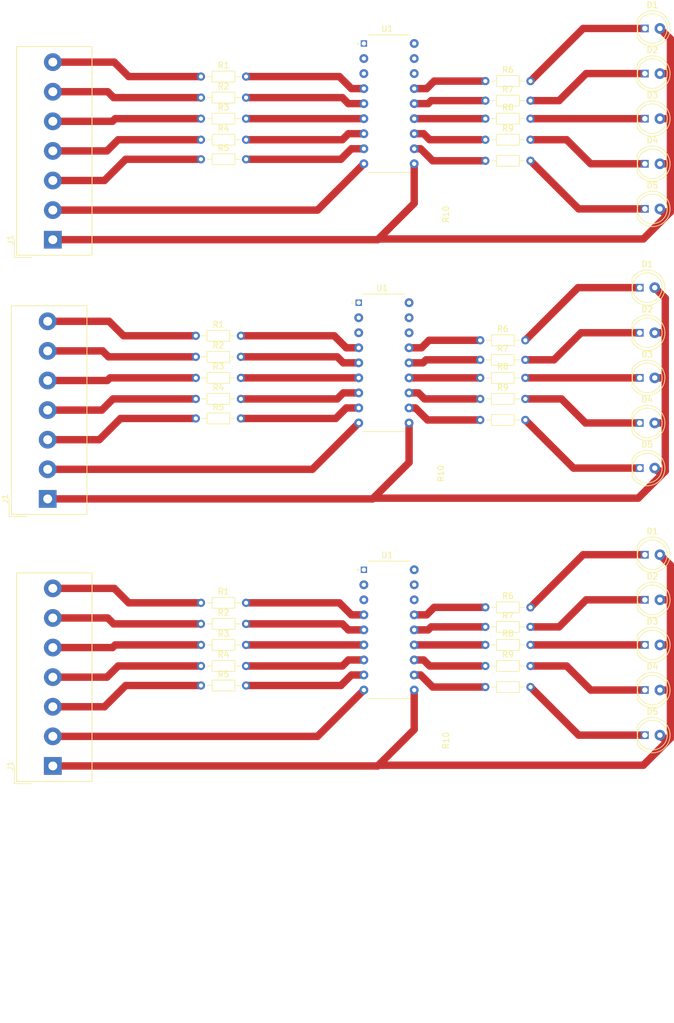
<source format=kicad_pcb>
(kicad_pcb (version 20211014) (generator pcbnew)
  (layers (0 "F.Cu" signal) (31 "B.Cu" signal) (34 "B.Paste" user) (35 "F.Paste" user) (36 "B.SilkS" user "B.Silkscreen") (37 "F.SilkS" user "F.Silkscreen") (38 "B.Mask" user) (39 "F.Mask" user) (44 "Edge.Cuts" user))
  (net 0 "")
  (net 4 "Net-(R1-Pad2)")
  (net 5 "Net-(R2-Pad2)")
  (net 6 "Net-(R3-Pad2)")
  (net 7 "Net-(R4-Pad2)")
  (net 8 "Net-(R5-Pad2)")
  (net 9 "Net-(U1-Pad9)")
  (net 10 "Net-(U1-Pad10)")
  (net 11 "Net-(R10-Pad1)")
  (net 12 "Net-(R9-Pad1)")
  (net 13 "Net-(R8-Pad1)")
  (net 14 "Net-(R7-Pad1)")
  (net 15 "Net-(R6-Pad1)")
  (net 19 "Net-(R5-Pad1)")
  (net 20 "Net-(R4-Pad1)")
  (net 21 "Net-(R3-Pad1)")
  (net 22 "Net-(R2-Pad1)")
  (net 23 "Net-(R1-Pad1)")
  (net 24 "Net-(R6-Pad2)")
  (net 25 "Net-(R7-Pad2)")
  (net 26 "Net-(R8-Pad2)")
  (net 27 "Net-(R9-Pad2)")
  (net 28 "Net-(R10-Pad2)")
  (footprint "Valve:DIP850W46P254L2324H393Q18" (layer "F.Cu") (at 147.32 86.36)
    (fp_text reference "U1" (at -0.31 -12.632) (layer "F.SilkS"))
    (fp_text value "ULN2803A")
    (pad "1" thru_hole rect locked (at -4.25 -10.16) (size 1.07 1.07) (drill 0.72) (layers *.Cu *.Mask))
    (pad "2" thru_hole circle locked (at -4.25 -7.62) (size 1.5 1.5) (drill 0.72) (layers *.Cu *.Mask))
    (pad "3" thru_hole circle locked (at -4.25 -5.08) (size 1.5 1.5) (drill 0.72) (layers *.Cu *.Mask))
    (pad "4" thru_hole circle locked (at -4.25 -2.54) (size 1.5 1.5) (drill 0.72) (layers *.Cu *.Mask) (net 4 "Net-(R1-Pad2)"))
    (pad "5" thru_hole circle locked (at -4.25 0) (size 1.5 1.5) (drill 0.72) (layers *.Cu *.Mask) (net 5 "Net-(R2-Pad2)"))
    (pad "6" thru_hole circle locked (at -4.25 2.54) (size 1.5 1.5) (drill 0.72) (layers *.Cu *.Mask) (net 6 "Net-(R3-Pad2)"))
    (pad "7" thru_hole circle locked (at -4.25 5.08) (size 1.5 1.5) (drill 0.72) (layers *.Cu *.Mask) (net 7 "Net-(R4-Pad2)"))
    (pad "8" thru_hole circle locked (at -4.25 7.62) (size 1.5 1.5) (drill 0.72) (layers *.Cu *.Mask) (net 8 "Net-(R5-Pad2)"))
    (pad "9" thru_hole circle locked (at -4.25 10.16) (size 1.5 1.5) (drill 0.72) (layers *.Cu *.Mask) (net 9 "Net-(U1-Pad9)"))
    (pad "10" thru_hole circle locked (at 4.25 10.16) (size 1.5 1.5) (drill 0.72) (layers *.Cu *.Mask) (net 10 "Net-(U1-Pad10)"))
    (pad "11" thru_hole circle locked (at 4.25 7.62) (size 1.5 1.5) (drill 0.72) (layers *.Cu *.Mask) (net 11 "Net-(R10-Pad1)"))
    (pad "12" thru_hole circle locked (at 4.25 5.08) (size 1.5 1.5) (drill 0.72) (layers *.Cu *.Mask) (net 12 "Net-(R9-Pad1)"))
    (pad "13" thru_hole circle locked (at 4.25 2.54) (size 1.5 1.5) (drill 0.72) (layers *.Cu *.Mask) (net 13 "Net-(R8-Pad1)"))
    (pad "14" thru_hole circle locked (at 4.25 0) (size 1.5 1.5) (drill 0.72) (layers *.Cu *.Mask) (net 14 "Net-(R7-Pad1)"))
    (pad "15" thru_hole circle locked (at 4.25 -2.54) (size 1.5 1.5) (drill 0.72) (layers *.Cu *.Mask) (net 15 "Net-(R6-Pad1)"))
    (pad "16" thru_hole circle locked (at 4.25 -5.08) (size 1.5 1.5) (drill 0.72) (layers *.Cu *.Mask))
    (pad "17" thru_hole circle locked (at 4.25 -7.62) (size 1.5 1.5) (drill 0.72) (layers *.Cu *.Mask))
    (pad "18" thru_hole circle locked (at 4.25 -10.16) (size 1.5 1.5) (drill 0.72) (layers *.Cu *.Mask))
  )
  (footprint "Resistor_THT:R_Axial_DIN0204_L3.6mm_D1.6mm_P7.62mm_Horizontal" (layer "F.Cu") (at 116.4395 51.9725)
    (fp_text reference "R5" (at 3.81 -1.92) (layer "F.SilkS"))
    (fp_text value "R_US")
    (pad "1" thru_hole circle (at 0 0) (size 1.4 1.4) (drill 0.7) (layers *.Cu *.Mask) (net 19 "Net-(R5-Pad1)"))
    (pad "2" thru_hole oval (at 7.62 0) (size 1.4 1.4) (drill 0.7) (layers *.Cu *.Mask) (net 8 "Net-(R5-Pad2)"))
  )
  (footprint "Resistor_THT:R_Axial_DIN0204_L3.6mm_D1.6mm_P7.62mm_Horizontal" (layer "F.Cu") (at 116.4395 140.8725)
    (fp_text reference "R5" (at 3.81 -1.92) (layer "F.SilkS"))
    (fp_text value "R_US")
    (pad "1" thru_hole circle (at 0 0) (size 1.4 1.4) (drill 0.7) (layers *.Cu *.Mask) (net 19 "Net-(R5-Pad1)"))
    (pad "2" thru_hole oval (at 7.62 0) (size 1.4 1.4) (drill 0.7) (layers *.Cu *.Mask) (net 8 "Net-(R5-Pad2)"))
  )
  (footprint "Resistor_THT:R_Axial_DIN0204_L3.6mm_D1.6mm_P7.62mm_Horizontal" (layer "F.Cu") (at 115.57 85.344)
    (fp_text reference "R2" (at 3.81 -1.92) (layer "F.SilkS"))
    (fp_text value "R_US")
    (pad "1" thru_hole circle (at 0 0) (size 1.4 1.4) (drill 0.7) (layers *.Cu *.Mask) (net 22 "Net-(R2-Pad1)"))
    (pad "2" thru_hole oval (at 7.62 0) (size 1.4 1.4) (drill 0.7) (layers *.Cu *.Mask) (net 5 "Net-(R2-Pad2)"))
  )
  (footprint "TerminalBlock_Altech:Altech_AK300_1x07_P5.00mm_45-Degree" (layer "F.Cu") (at 90.5705 109.3455 90)
    (fp_text reference "J1" (at 0 -7.2 90) (layer "F.SilkS"))
    (fp_text value "Screw_Terminal_01x07")
    (pad "1" thru_hole rect (at 0 0 90) (size 3 3) (drill 1.5) (layers *.Cu *.Mask) (net 10 "Net-(U1-Pad10)"))
    (pad "2" thru_hole circle (at 5 0 90) (size 3 3) (drill 1.5) (layers *.Cu *.Mask) (net 9 "Net-(U1-Pad9)"))
    (pad "3" thru_hole circle (at 10 0 90) (size 3 3) (drill 1.5) (layers *.Cu *.Mask) (net 19 "Net-(R5-Pad1)"))
    (pad "4" thru_hole circle (at 15 0 90) (size 3 3) (drill 1.5) (layers *.Cu *.Mask) (net 20 "Net-(R4-Pad1)"))
    (pad "5" thru_hole circle (at 20 0 90) (size 3 3) (drill 1.5) (layers *.Cu *.Mask) (net 21 "Net-(R3-Pad1)"))
    (pad "6" thru_hole circle (at 25 0 90) (size 3 3) (drill 1.5) (layers *.Cu *.Mask) (net 22 "Net-(R2-Pad1)"))
    (pad "7" thru_hole circle (at 30 0 90) (size 3 3) (drill 1.5) (layers *.Cu *.Mask) (net 23 "Net-(R1-Pad1)"))
  )
  (footprint "Resistor_THT:R_Axial_DIN0204_L3.6mm_D1.6mm_P7.62mm_Horizontal" (layer "F.Cu") (at 163.576 82.55)
    (fp_text reference "R6" (at 3.81 -1.92) (layer "F.SilkS"))
    (fp_text value "R_US")
    (pad "1" thru_hole circle (at 0 0) (size 1.4 1.4) (drill 0.7) (layers *.Cu *.Mask) (net 15 "Net-(R6-Pad1)"))
    (pad "2" thru_hole oval (at 7.62 0) (size 1.4 1.4) (drill 0.7) (layers *.Cu *.Mask) (net 24 "Net-(R6-Pad2)"))
  )
  (footprint "LED_THT:LED_D5.0mm" (layer "F.Cu") (at 190.5 104.14)
    (fp_text reference "D5" (at 1.27 -3.96) (layer "F.SilkS"))
    (fp_text value "LED")
    (pad "1" thru_hole rect (at 0 0) (size 1.3 1.3) (drill 0.9) (layers *.Cu *.Mask) (net 28 "Net-(R10-Pad2)"))
    (pad "2" thru_hole circle (at 2.54 0) (size 1.8 1.8) (drill 0.9) (layers *.Cu *.Mask) (net 10 "Net-(U1-Pad10)"))
  )
  (footprint "Resistor_THT:R_Axial_DIN0204_L3.6mm_D1.6mm_P7.62mm_Horizontal" (layer "F.Cu") (at 116.4395 134.0145)
    (fp_text reference "R3" (at 3.81 -1.92) (layer "F.SilkS"))
    (fp_text value "R_US")
    (pad "1" thru_hole circle (at 0 0) (size 1.4 1.4) (drill 0.7) (layers *.Cu *.Mask) (net 21 "Net-(R3-Pad1)"))
    (pad "2" thru_hole oval (at 7.62 0) (size 1.4 1.4) (drill 0.7) (layers *.Cu *.Mask) (net 6 "Net-(R3-Pad2)"))
  )
  (footprint "LED_THT:LED_D5.0mm" (layer "F.Cu") (at 191.3695 29.8745)
    (fp_text reference "D1" (at 1.27 -3.96) (layer "F.SilkS"))
    (fp_text value "LED")
    (pad "1" thru_hole rect (at 0 0) (size 1.3 1.3) (drill 0.9) (layers *.Cu *.Mask) (net 24 "Net-(R6-Pad2)"))
    (pad "2" thru_hole circle (at 2.54 0) (size 1.8 1.8) (drill 0.9) (layers *.Cu *.Mask) (net 10 "Net-(U1-Pad10)"))
  )
  (footprint "Valve:DIP850W46P254L2324H393Q18" (layer "F.Cu") (at 148.1895 42.5745)
    (fp_text reference "U1" (at -0.31 -12.632) (layer "F.SilkS"))
    (fp_text value "ULN2803A")
    (pad "1" thru_hole rect locked (at -4.25 -10.16) (size 1.07 1.07) (drill 0.72) (layers *.Cu *.Mask))
    (pad "2" thru_hole circle locked (at -4.25 -7.62) (size 1.5 1.5) (drill 0.72) (layers *.Cu *.Mask))
    (pad "3" thru_hole circle locked (at -4.25 -5.08) (size 1.5 1.5) (drill 0.72) (layers *.Cu *.Mask))
    (pad "4" thru_hole circle locked (at -4.25 -2.54) (size 1.5 1.5) (drill 0.72) (layers *.Cu *.Mask) (net 4 "Net-(R1-Pad2)"))
    (pad "5" thru_hole circle locked (at -4.25 0) (size 1.5 1.5) (drill 0.72) (layers *.Cu *.Mask) (net 5 "Net-(R2-Pad2)"))
    (pad "6" thru_hole circle locked (at -4.25 2.54) (size 1.5 1.5) (drill 0.72) (layers *.Cu *.Mask) (net 6 "Net-(R3-Pad2)"))
    (pad "7" thru_hole circle locked (at -4.25 5.08) (size 1.5 1.5) (drill 0.72) (layers *.Cu *.Mask) (net 7 "Net-(R4-Pad2)"))
    (pad "8" thru_hole circle locked (at -4.25 7.62) (size 1.5 1.5) (drill 0.72) (layers *.Cu *.Mask) (net 8 "Net-(R5-Pad2)"))
    (pad "9" thru_hole circle locked (at -4.25 10.16) (size 1.5 1.5) (drill 0.72) (layers *.Cu *.Mask) (net 9 "Net-(U1-Pad9)"))
    (pad "10" thru_hole circle locked (at 4.25 10.16) (size 1.5 1.5) (drill 0.72) (layers *.Cu *.Mask) (net 10 "Net-(U1-Pad10)"))
    (pad "11" thru_hole circle locked (at 4.25 7.62) (size 1.5 1.5) (drill 0.72) (layers *.Cu *.Mask) (net 11 "Net-(R10-Pad1)"))
    (pad "12" thru_hole circle locked (at 4.25 5.08) (size 1.5 1.5) (drill 0.72) (layers *.Cu *.Mask) (net 12 "Net-(R9-Pad1)"))
    (pad "13" thru_hole circle locked (at 4.25 2.54) (size 1.5 1.5) (drill 0.72) (layers *.Cu *.Mask) (net 13 "Net-(R8-Pad1)"))
    (pad "14" thru_hole circle locked (at 4.25 0) (size 1.5 1.5) (drill 0.72) (layers *.Cu *.Mask) (net 14 "Net-(R7-Pad1)"))
    (pad "15" thru_hole circle locked (at 4.25 -2.54) (size 1.5 1.5) (drill 0.72) (layers *.Cu *.Mask) (net 15 "Net-(R6-Pad1)"))
    (pad "16" thru_hole circle locked (at 4.25 -5.08) (size 1.5 1.5) (drill 0.72) (layers *.Cu *.Mask))
    (pad "17" thru_hole circle locked (at 4.25 -7.62) (size 1.5 1.5) (drill 0.72) (layers *.Cu *.Mask))
    (pad "18" thru_hole circle locked (at 4.25 -10.16) (size 1.5 1.5) (drill 0.72) (layers *.Cu *.Mask))
  )
  (footprint "Resistor_THT:R_Axial_DIN0204_L3.6mm_D1.6mm_P7.62mm_Horizontal" (layer "F.Cu") (at 116.4395 130.4585)
    (fp_text reference "R2" (at 3.81 -1.92) (layer "F.SilkS"))
    (fp_text value "R_US")
    (pad "1" thru_hole circle (at 0 0) (size 1.4 1.4) (drill 0.7) (layers *.Cu *.Mask) (net 22 "Net-(R2-Pad1)"))
    (pad "2" thru_hole oval (at 7.62 0) (size 1.4 1.4) (drill 0.7) (layers *.Cu *.Mask) (net 5 "Net-(R2-Pad2)"))
  )
  (footprint "Resistor_THT:R_Axial_DIN0204_L3.6mm_D1.6mm_P7.62mm_Horizontal" (layer "F.Cu") (at 115.57 88.9)
    (fp_text reference "R3" (at 3.81 -1.92) (layer "F.SilkS"))
    (fp_text value "R_US")
    (pad "1" thru_hole circle (at 0 0) (size 1.4 1.4) (drill 0.7) (layers *.Cu *.Mask) (net 21 "Net-(R3-Pad1)"))
    (pad "2" thru_hole oval (at 7.62 0) (size 1.4 1.4) (drill 0.7) (layers *.Cu *.Mask) (net 6 "Net-(R3-Pad2)"))
  )
  (footprint "LED_THT:LED_D5.0mm" (layer "F.Cu") (at 190.5 88.9)
    (fp_text reference "D3" (at 1.27 -3.96) (layer "F.SilkS"))
    (fp_text value "LED")
    (pad "1" thru_hole rect (at 0 0) (size 1.3 1.3) (drill 0.9) (layers *.Cu *.Mask) (net 26 "Net-(R8-Pad2)"))
    (pad "2" thru_hole circle (at 2.54 0) (size 1.8 1.8) (drill 0.9) (layers *.Cu *.Mask) (net 10 "Net-(U1-Pad10)"))
  )
  (footprint "Resistor_THT:R_Axial_DIN0204_L3.6mm_D1.6mm_P7.62mm_Horizontal" (layer "F.Cu") (at 164.4455 52.2265)
    (fp_text reference "R10" (at -6.644 9.042 90) (layer "F.SilkS"))
    (fp_text value "R_US")
    (pad "1" thru_hole circle (at 0 0) (size 1.4 1.4) (drill 0.7) (layers *.Cu *.Mask) (net 11 "Net-(R10-Pad1)"))
    (pad "2" thru_hole oval (at 7.62 0) (size 1.4 1.4) (drill 0.7) (layers *.Cu *.Mask) (net 28 "Net-(R10-Pad2)"))
  )
  (footprint "Resistor_THT:R_Axial_DIN0204_L3.6mm_D1.6mm_P7.62mm_Horizontal" (layer "F.Cu") (at 116.4395 38.0025)
    (fp_text reference "R1" (at 3.81 -1.92) (layer "F.SilkS"))
    (fp_text value "R_US")
    (pad "1" thru_hole circle (at 0 0) (size 1.4 1.4) (drill 0.7) (layers *.Cu *.Mask) (net 23 "Net-(R1-Pad1)"))
    (pad "2" thru_hole oval (at 7.62 0) (size 1.4 1.4) (drill 0.7) (layers *.Cu *.Mask) (net 4 "Net-(R1-Pad2)"))
  )
  (footprint "LED_THT:LED_D5.0mm" (layer "F.Cu") (at 190.5 81.28)
    (fp_text reference "D2" (at 1.27 -3.96) (layer "F.SilkS"))
    (fp_text value "LED")
    (pad "1" thru_hole rect (at 0 0) (size 1.3 1.3) (drill 0.9) (layers *.Cu *.Mask) (net 25 "Net-(R7-Pad2)"))
    (pad "2" thru_hole circle (at 2.54 0) (size 1.8 1.8) (drill 0.9) (layers *.Cu *.Mask) (net 10 "Net-(U1-Pad10)"))
  )
  (footprint "LED_THT:LED_D5.0mm" (layer "F.Cu") (at 191.3695 134.0145)
    (fp_text reference "D3" (at 1.27 -3.96) (layer "F.SilkS"))
    (fp_text value "LED")
    (pad "1" thru_hole rect (at 0 0) (size 1.3 1.3) (drill 0.9) (layers *.Cu *.Mask) (net 26 "Net-(R8-Pad2)"))
    (pad "2" thru_hole circle (at 2.54 0) (size 1.8 1.8) (drill 0.9) (layers *.Cu *.Mask) (net 10 "Net-(U1-Pad10)"))
  )
  (footprint "LED_THT:LED_D5.0mm" (layer "F.Cu") (at 191.3695 126.3945)
    (fp_text reference "D2" (at 1.27 -3.96) (layer "F.SilkS"))
    (fp_text value "LED")
    (pad "1" thru_hole rect (at 0 0) (size 1.3 1.3) (drill 0.9) (layers *.Cu *.Mask) (net 25 "Net-(R7-Pad2)"))
    (pad "2" thru_hole circle (at 2.54 0) (size 1.8 1.8) (drill 0.9) (layers *.Cu *.Mask) (net 10 "Net-(U1-Pad10)"))
  )
  (footprint "Resistor_THT:R_Axial_DIN0204_L3.6mm_D1.6mm_P7.62mm_Horizontal" (layer "F.Cu") (at 164.4455 42.0665)
    (fp_text reference "R7" (at 3.81 -1.92) (layer "F.SilkS"))
    (fp_text value "R_US")
    (pad "1" thru_hole circle (at 0 0) (size 1.4 1.4) (drill 0.7) (layers *.Cu *.Mask) (net 14 "Net-(R7-Pad1)"))
    (pad "2" thru_hole oval (at 7.62 0) (size 1.4 1.4) (drill 0.7) (layers *.Cu *.Mask) (net 25 "Net-(R7-Pad2)"))
  )
  (footprint "LED_THT:LED_D5.0mm" (layer "F.Cu") (at 190.5 73.66)
    (fp_text reference "D1" (at 1.27 -3.96) (layer "F.SilkS"))
    (fp_text value "LED")
    (pad "1" thru_hole rect (at 0 0) (size 1.3 1.3) (drill 0.9) (layers *.Cu *.Mask) (net 24 "Net-(R6-Pad2)"))
    (pad "2" thru_hole circle (at 2.54 0) (size 1.8 1.8) (drill 0.9) (layers *.Cu *.Mask) (net 10 "Net-(U1-Pad10)"))
  )
  (footprint "Resistor_THT:R_Axial_DIN0204_L3.6mm_D1.6mm_P7.62mm_Horizontal" (layer "F.Cu") (at 164.4455 137.5705)
    (fp_text reference "R9" (at 3.81 -1.92) (layer "F.SilkS"))
    (fp_text value "R_US")
    (pad "1" thru_hole circle (at 0 0) (size 1.4 1.4) (drill 0.7) (layers *.Cu *.Mask) (net 12 "Net-(R9-Pad1)"))
    (pad "2" thru_hole oval (at 7.62 0) (size 1.4 1.4) (drill 0.7) (layers *.Cu *.Mask) (net 27 "Net-(R9-Pad2)"))
  )
  (footprint "LED_THT:LED_D5.0mm" (layer "F.Cu") (at 190.5 96.52)
    (fp_text reference "D4" (at 1.27 -3.96) (layer "F.SilkS"))
    (fp_text value "LED")
    (pad "1" thru_hole rect (at 0 0) (size 1.3 1.3) (drill 0.9) (layers *.Cu *.Mask) (net 27 "Net-(R9-Pad2)"))
    (pad "2" thru_hole circle (at 2.54 0) (size 1.8 1.8) (drill 0.9) (layers *.Cu *.Mask) (net 10 "Net-(U1-Pad10)"))
  )
  (footprint "Resistor_THT:R_Axial_DIN0204_L3.6mm_D1.6mm_P7.62mm_Horizontal" (layer "F.Cu") (at 163.576 85.852)
    (fp_text reference "R7" (at 3.81 -1.92) (layer "F.SilkS"))
    (fp_text value "R_US")
    (pad "1" thru_hole circle (at 0 0) (size 1.4 1.4) (drill 0.7) (layers *.Cu *.Mask) (net 14 "Net-(R7-Pad1)"))
    (pad "2" thru_hole oval (at 7.62 0) (size 1.4 1.4) (drill 0.7) (layers *.Cu *.Mask) (net 25 "Net-(R7-Pad2)"))
  )
  (footprint "Resistor_THT:R_Axial_DIN0204_L3.6mm_D1.6mm_P7.62mm_Horizontal" (layer "F.Cu") (at 164.4455 130.9665)
    (fp_text reference "R7" (at 3.81 -1.92) (layer "F.SilkS"))
    (fp_text value "R_US")
    (pad "1" thru_hole circle (at 0 0) (size 1.4 1.4) (drill 0.7) (layers *.Cu *.Mask) (net 14 "Net-(R7-Pad1)"))
    (pad "2" thru_hole oval (at 7.62 0) (size 1.4 1.4) (drill 0.7) (layers *.Cu *.Mask) (net 25 "Net-(R7-Pad2)"))
  )
  (footprint "Resistor_THT:R_Axial_DIN0204_L3.6mm_D1.6mm_P7.62mm_Horizontal" (layer "F.Cu") (at 116.4395 45.1145)
    (fp_text reference "R3" (at 3.81 -1.92) (layer "F.SilkS"))
    (fp_text value "R_US")
    (pad "1" thru_hole circle (at 0 0) (size 1.4 1.4) (drill 0.7) (layers *.Cu *.Mask) (net 21 "Net-(R3-Pad1)"))
    (pad "2" thru_hole oval (at 7.62 0) (size 1.4 1.4) (drill 0.7) (layers *.Cu *.Mask) (net 6 "Net-(R3-Pad2)"))
  )
  (footprint "LED_THT:LED_D5.0mm" (layer "F.Cu") (at 191.3695 141.6345)
    (fp_text reference "D4" (at 1.27 -3.96) (layer "F.SilkS"))
    (fp_text value "LED")
    (pad "1" thru_hole rect (at 0 0) (size 1.3 1.3) (drill 0.9) (layers *.Cu *.Mask) (net 27 "Net-(R9-Pad2)"))
    (pad "2" thru_hole circle (at 2.54 0) (size 1.8 1.8) (drill 0.9) (layers *.Cu *.Mask) (net 10 "Net-(U1-Pad10)"))
  )
  (footprint "Resistor_THT:R_Axial_DIN0204_L3.6mm_D1.6mm_P7.62mm_Horizontal" (layer "F.Cu") (at 115.57 81.788)
    (fp_text reference "R1" (at 3.81 -1.92) (layer "F.SilkS"))
    (fp_text value "R_US")
    (pad "1" thru_hole circle (at 0 0) (size 1.4 1.4) (drill 0.7) (layers *.Cu *.Mask) (net 23 "Net-(R1-Pad1)"))
    (pad "2" thru_hole oval (at 7.62 0) (size 1.4 1.4) (drill 0.7) (layers *.Cu *.Mask) (net 4 "Net-(R1-Pad2)"))
  )
  (footprint "Resistor_THT:R_Axial_DIN0204_L3.6mm_D1.6mm_P7.62mm_Horizontal" (layer "F.Cu") (at 116.4395 41.5585)
    (fp_text reference "R2" (at 3.81 -1.92) (layer "F.SilkS"))
    (fp_text value "R_US")
    (pad "1" thru_hole circle (at 0 0) (size 1.4 1.4) (drill 0.7) (layers *.Cu *.Mask) (net 22 "Net-(R2-Pad1)"))
    (pad "2" thru_hole oval (at 7.62 0) (size 1.4 1.4) (drill 0.7) (layers *.Cu *.Mask) (net 5 "Net-(R2-Pad2)"))
  )
  (footprint "Resistor_THT:R_Axial_DIN0204_L3.6mm_D1.6mm_P7.62mm_Horizontal" (layer "F.Cu") (at 116.4395 48.6705)
    (fp_text reference "R4" (at 3.81 -1.92) (layer "F.SilkS"))
    (fp_text value "R_US")
    (pad "1" thru_hole circle (at 0 0) (size 1.4 1.4) (drill 0.7) (layers *.Cu *.Mask) (net 20 "Net-(R4-Pad1)"))
    (pad "2" thru_hole oval (at 7.62 0) (size 1.4 1.4) (drill 0.7) (layers *.Cu *.Mask) (net 7 "Net-(R4-Pad2)"))
  )
  (footprint "Resistor_THT:R_Axial_DIN0204_L3.6mm_D1.6mm_P7.62mm_Horizontal" (layer "F.Cu") (at 164.4455 45.1145)
    (fp_text reference "R8" (at 3.81 -1.92) (layer "F.SilkS"))
    (fp_text value "R_US")
    (pad "1" thru_hole circle (at 0 0) (size 1.4 1.4) (drill 0.7) (layers *.Cu *.Mask) (net 13 "Net-(R8-Pad1)"))
    (pad "2" thru_hole oval (at 7.62 0) (size 1.4 1.4) (drill 0.7) (layers *.Cu *.Mask) (net 26 "Net-(R8-Pad2)"))
  )
  (footprint "Resistor_THT:R_Axial_DIN0204_L3.6mm_D1.6mm_P7.62mm_Horizontal" (layer "F.Cu") (at 163.576 88.9)
    (fp_text reference "R8" (at 3.81 -1.92) (layer "F.SilkS"))
    (fp_text value "R_US")
    (pad "1" thru_hole circle (at 0 0) (size 1.4 1.4) (drill 0.7) (layers *.Cu *.Mask) (net 13 "Net-(R8-Pad1)"))
    (pad "2" thru_hole oval (at 7.62 0) (size 1.4 1.4) (drill 0.7) (layers *.Cu *.Mask) (net 26 "Net-(R8-Pad2)"))
  )
  (footprint "Resistor_THT:R_Axial_DIN0204_L3.6mm_D1.6mm_P7.62mm_Horizontal" (layer "F.Cu") (at 163.576 96.012)
    (fp_text reference "R10" (at -6.644 9.042 90) (layer "F.SilkS"))
    (fp_text value "R_US")
    (pad "1" thru_hole circle (at 0 0) (size 1.4 1.4) (drill 0.7) (layers *.Cu *.Mask) (net 11 "Net-(R10-Pad1)"))
    (pad "2" thru_hole oval (at 7.62 0) (size 1.4 1.4) (drill 0.7) (layers *.Cu *.Mask) (net 28 "Net-(R10-Pad2)"))
  )
  (footprint "Resistor_THT:R_Axial_DIN0204_L3.6mm_D1.6mm_P7.62mm_Horizontal" (layer "F.Cu") (at 116.4395 126.9025)
    (fp_text reference "R1" (at 3.81 -1.92) (layer "F.SilkS"))
    (fp_text value "R_US")
    (pad "1" thru_hole circle (at 0 0) (size 1.4 1.4) (drill 0.7) (layers *.Cu *.Mask) (net 23 "Net-(R1-Pad1)"))
    (pad "2" thru_hole oval (at 7.62 0) (size 1.4 1.4) (drill 0.7) (layers *.Cu *.Mask) (net 4 "Net-(R1-Pad2)"))
  )
  (footprint "Resistor_THT:R_Axial_DIN0204_L3.6mm_D1.6mm_P7.62mm_Horizontal" (layer "F.Cu") (at 164.4455 48.6705)
    (fp_text reference "R9" (at 3.81 -1.92) (layer "F.SilkS"))
    (fp_text value "R_US")
    (pad "1" thru_hole circle (at 0 0) (size 1.4 1.4) (drill 0.7) (layers *.Cu *.Mask) (net 12 "Net-(R9-Pad1)"))
    (pad "2" thru_hole oval (at 7.62 0) (size 1.4 1.4) (drill 0.7) (layers *.Cu *.Mask) (net 27 "Net-(R9-Pad2)"))
  )
  (footprint "Valve:DIP850W46P254L2324H393Q18" (layer "F.Cu") (at 148.1895 131.4745)
    (fp_text reference "U1" (at -0.31 -12.632) (layer "F.SilkS"))
    (fp_text value "ULN2803A")
    (pad "1" thru_hole rect locked (at -4.25 -10.16) (size 1.07 1.07) (drill 0.72) (layers *.Cu *.Mask))
    (pad "2" thru_hole circle locked (at -4.25 -7.62) (size 1.5 1.5) (drill 0.72) (layers *.Cu *.Mask))
    (pad "3" thru_hole circle locked (at -4.25 -5.08) (size 1.5 1.5) (drill 0.72) (layers *.Cu *.Mask))
    (pad "4" thru_hole circle locked (at -4.25 -2.54) (size 1.5 1.5) (drill 0.72) (layers *.Cu *.Mask) (net 4 "Net-(R1-Pad2)"))
    (pad "5" thru_hole circle locked (at -4.25 0) (size 1.5 1.5) (drill 0.72) (layers *.Cu *.Mask) (net 5 "Net-(R2-Pad2)"))
    (pad "6" thru_hole circle locked (at -4.25 2.54) (size 1.5 1.5) (drill 0.72) (layers *.Cu *.Mask) (net 6 "Net-(R3-Pad2)"))
    (pad "7" thru_hole circle locked (at -4.25 5.08) (size 1.5 1.5) (drill 0.72) (layers *.Cu *.Mask) (net 7 "Net-(R4-Pad2)"))
    (pad "8" thru_hole circle locked (at -4.25 7.62) (size 1.5 1.5) (drill 0.72) (layers *.Cu *.Mask) (net 8 "Net-(R5-Pad2)"))
    (pad "9" thru_hole circle locked (at -4.25 10.16) (size 1.5 1.5) (drill 0.72) (layers *.Cu *.Mask) (net 9 "Net-(U1-Pad9)"))
    (pad "10" thru_hole circle locked (at 4.25 10.16) (size 1.5 1.5) (drill 0.72) (layers *.Cu *.Mask) (net 10 "Net-(U1-Pad10)"))
    (pad "11" thru_hole circle locked (at 4.25 7.62) (size 1.5 1.5) (drill 0.72) (layers *.Cu *.Mask) (net 11 "Net-(R10-Pad1)"))
    (pad "12" thru_hole circle locked (at 4.25 5.08) (size 1.5 1.5) (drill 0.72) (layers *.Cu *.Mask) (net 12 "Net-(R9-Pad1)"))
    (pad "13" thru_hole circle locked (at 4.25 2.54) (size 1.5 1.5) (drill 0.72) (layers *.Cu *.Mask) (net 13 "Net-(R8-Pad1)"))
    (pad "14" thru_hole circle locked (at 4.25 0) (size 1.5 1.5) (drill 0.72) (layers *.Cu *.Mask) (net 14 "Net-(R7-Pad1)"))
    (pad "15" thru_hole circle locked (at 4.25 -2.54) (size 1.5 1.5) (drill 0.72) (layers *.Cu *.Mask) (net 15 "Net-(R6-Pad1)"))
    (pad "16" thru_hole circle locked (at 4.25 -5.08) (size 1.5 1.5) (drill 0.72) (layers *.Cu *.Mask))
    (pad "17" thru_hole circle locked (at 4.25 -7.62) (size 1.5 1.5) (drill 0.72) (layers *.Cu *.Mask))
    (pad "18" thru_hole circle locked (at 4.25 -10.16) (size 1.5 1.5) (drill 0.72) (layers *.Cu *.Mask))
  )
  (footprint "TerminalBlock_Altech:Altech_AK300_1x07_P5.00mm_45-Degree" (layer "F.Cu") (at 91.44 154.46 90)
    (fp_text reference "J1" (at 0 -7.2 90) (layer "F.SilkS"))
    (fp_text value "Screw_Terminal_01x07")
    (pad "1" thru_hole rect (at 0 0 90) (size 3 3) (drill 1.5) (layers *.Cu *.Mask) (net 10 "Net-(U1-Pad10)"))
    (pad "2" thru_hole circle (at 5 0 90) (size 3 3) (drill 1.5) (layers *.Cu *.Mask) (net 9 "Net-(U1-Pad9)"))
    (pad "3" thru_hole circle (at 10 0 90) (size 3 3) (drill 1.5) (layers *.Cu *.Mask) (net 19 "Net-(R5-Pad1)"))
    (pad "4" thru_hole circle (at 15 0 90) (size 3 3) (drill 1.5) (layers *.Cu *.Mask) (net 20 "Net-(R4-Pad1)"))
    (pad "5" thru_hole circle (at 20 0 90) (size 3 3) (drill 1.5) (layers *.Cu *.Mask) (net 21 "Net-(R3-Pad1)"))
    (pad "6" thru_hole circle (at 25 0 90) (size 3 3) (drill 1.5) (layers *.Cu *.Mask) (net 22 "Net-(R2-Pad1)"))
    (pad "7" thru_hole circle (at 30 0 90) (size 3 3) (drill 1.5) (layers *.Cu *.Mask) (net 23 "Net-(R1-Pad1)"))
  )
  (footprint "Resistor_THT:R_Axial_DIN0204_L3.6mm_D1.6mm_P7.62mm_Horizontal" (layer "F.Cu") (at 115.57 92.456)
    (fp_text reference "R4" (at 3.81 -1.92) (layer "F.SilkS"))
    (fp_text value "R_US")
    (pad "1" thru_hole circle (at 0 0) (size 1.4 1.4) (drill 0.7) (layers *.Cu *.Mask) (net 20 "Net-(R4-Pad1)"))
    (pad "2" thru_hole oval (at 7.62 0) (size 1.4 1.4) (drill 0.7) (layers *.Cu *.Mask) (net 7 "Net-(R4-Pad2)"))
  )
  (footprint "Resistor_THT:R_Axial_DIN0204_L3.6mm_D1.6mm_P7.62mm_Horizontal" (layer "F.Cu") (at 116.4395 137.5705)
    (fp_text reference "R4" (at 3.81 -1.92) (layer "F.SilkS"))
    (fp_text value "R_US")
    (pad "1" thru_hole circle (at 0 0) (size 1.4 1.4) (drill 0.7) (layers *.Cu *.Mask) (net 20 "Net-(R4-Pad1)"))
    (pad "2" thru_hole oval (at 7.62 0) (size 1.4 1.4) (drill 0.7) (layers *.Cu *.Mask) (net 7 "Net-(R4-Pad2)"))
  )
  (footprint "LED_THT:LED_D5.0mm" (layer "F.Cu") (at 191.3695 149.2545)
    (fp_text reference "D5" (at 1.27 -3.96) (layer "F.SilkS"))
    (fp_text value "LED")
    (pad "1" thru_hole rect (at 0 0) (size 1.3 1.3) (drill 0.9) (layers *.Cu *.Mask) (net 28 "Net-(R10-Pad2)"))
    (pad "2" thru_hole circle (at 2.54 0) (size 1.8 1.8) (drill 0.9) (layers *.Cu *.Mask) (net 10 "Net-(U1-Pad10)"))
  )
  (footprint "Resistor_THT:R_Axial_DIN0204_L3.6mm_D1.6mm_P7.62mm_Horizontal" (layer "F.Cu") (at 164.4455 127.6645)
    (fp_text reference "R6" (at 3.81 -1.92) (layer "F.SilkS"))
    (fp_text value "R_US")
    (pad "1" thru_hole circle (at 0 0) (size 1.4 1.4) (drill 0.7) (layers *.Cu *.Mask) (net 15 "Net-(R6-Pad1)"))
    (pad "2" thru_hole oval (at 7.62 0) (size 1.4 1.4) (drill 0.7) (layers *.Cu *.Mask) (net 24 "Net-(R6-Pad2)"))
  )
  (footprint "LED_THT:LED_D5.0mm" (layer "F.Cu") (at 191.3695 52.7345)
    (fp_text reference "D4" (at 1.27 -3.96) (layer "F.SilkS"))
    (fp_text value "LED")
    (pad "1" thru_hole rect (at 0 0) (size 1.3 1.3) (drill 0.9) (layers *.Cu *.Mask) (net 27 "Net-(R9-Pad2)"))
    (pad "2" thru_hole circle (at 2.54 0) (size 1.8 1.8) (drill 0.9) (layers *.Cu *.Mask) (net 10 "Net-(U1-Pad10)"))
  )
  (footprint "LED_THT:LED_D5.0mm" (layer "F.Cu") (at 191.3695 60.3545)
    (fp_text reference "D5" (at 1.27 -3.96) (layer "F.SilkS"))
    (fp_text value "LED")
    (pad "1" thru_hole rect (at 0 0) (size 1.3 1.3) (drill 0.9) (layers *.Cu *.Mask) (net 28 "Net-(R10-Pad2)"))
    (pad "2" thru_hole circle (at 2.54 0) (size 1.8 1.8) (drill 0.9) (layers *.Cu *.Mask) (net 10 "Net-(U1-Pad10)"))
  )
  (footprint "LED_THT:LED_D5.0mm" (layer "F.Cu") (at 191.3695 45.1145)
    (fp_text reference "D3" (at 1.27 -3.96) (layer "F.SilkS"))
    (fp_text value "LED")
    (pad "1" thru_hole rect (at 0 0) (size 1.3 1.3) (drill 0.9) (layers *.Cu *.Mask) (net 26 "Net-(R8-Pad2)"))
    (pad "2" thru_hole circle (at 2.54 0) (size 1.8 1.8) (drill 0.9) (layers *.Cu *.Mask) (net 10 "Net-(U1-Pad10)"))
  )
  (footprint "LED_THT:LED_D5.0mm" (layer "F.Cu") (at 191.3695 118.7745)
    (fp_text reference "D1" (at 1.27 -3.96) (layer "F.SilkS"))
    (fp_text value "LED")
    (pad "1" thru_hole rect (at 0 0) (size 1.3 1.3) (drill 0.9) (layers *.Cu *.Mask) (net 24 "Net-(R6-Pad2)"))
    (pad "2" thru_hole circle (at 2.54 0) (size 1.8 1.8) (drill 0.9) (layers *.Cu *.Mask) (net 10 "Net-(U1-Pad10)"))
  )
  (footprint "Resistor_THT:R_Axial_DIN0204_L3.6mm_D1.6mm_P7.62mm_Horizontal" (layer "F.Cu") (at 164.4455 38.7645)
    (fp_text reference "R6" (at 3.81 -1.92) (layer "F.SilkS"))
    (fp_text value "R_US")
    (pad "1" thru_hole circle (at 0 0) (size 1.4 1.4) (drill 0.7) (layers *.Cu *.Mask) (net 15 "Net-(R6-Pad1)"))
    (pad "2" thru_hole oval (at 7.62 0) (size 1.4 1.4) (drill 0.7) (layers *.Cu *.Mask) (net 24 "Net-(R6-Pad2)"))
  )
  (footprint "TerminalBlock_Altech:Altech_AK300_1x07_P5.00mm_45-Degree" (layer "F.Cu") (at 91.44 65.56 90)
    (fp_text reference "J1" (at 0 -7.2 90) (layer "F.SilkS"))
    (fp_text value "Screw_Terminal_01x07")
    (pad "1" thru_hole rect (at 0 0 90) (size 3 3) (drill 1.5) (layers *.Cu *.Mask) (net 10 "Net-(U1-Pad10)"))
    (pad "2" thru_hole circle (at 5 0 90) (size 3 3) (drill 1.5) (layers *.Cu *.Mask) (net 9 "Net-(U1-Pad9)"))
    (pad "3" thru_hole circle (at 10 0 90) (size 3 3) (drill 1.5) (layers *.Cu *.Mask) (net 19 "Net-(R5-Pad1)"))
    (pad "4" thru_hole circle (at 15 0 90) (size 3 3) (drill 1.5) (layers *.Cu *.Mask) (net 20 "Net-(R4-Pad1)"))
    (pad "5" thru_hole circle (at 20 0 90) (size 3 3) (drill 1.5) (layers *.Cu *.Mask) (net 21 "Net-(R3-Pad1)"))
    (pad "6" thru_hole circle (at 25 0 90) (size 3 3) (drill 1.5) (layers *.Cu *.Mask) (net 22 "Net-(R2-Pad1)"))
    (pad "7" thru_hole circle (at 30 0 90) (size 3 3) (drill 1.5) (layers *.Cu *.Mask) (net 23 "Net-(R1-Pad1)"))
  )
  (footprint "Resistor_THT:R_Axial_DIN0204_L3.6mm_D1.6mm_P7.62mm_Horizontal" (layer "F.Cu") (at 164.4455 134.0145)
    (fp_text reference "R8" (at 3.81 -1.92) (layer "F.SilkS"))
    (fp_text value "R_US")
    (pad "1" thru_hole circle (at 0 0) (size 1.4 1.4) (drill 0.7) (layers *.Cu *.Mask) (net 13 "Net-(R8-Pad1)"))
    (pad "2" thru_hole oval (at 7.62 0) (size 1.4 1.4) (drill 0.7) (layers *.Cu *.Mask) (net 26 "Net-(R8-Pad2)"))
  )
  (footprint "Resistor_THT:R_Axial_DIN0204_L3.6mm_D1.6mm_P7.62mm_Horizontal" (layer "F.Cu") (at 164.4455 141.1265)
    (fp_text reference "R10" (at -6.644 9.042 90) (layer "F.SilkS"))
    (fp_text value "R_US")
    (pad "1" thru_hole circle (at 0 0) (size 1.4 1.4) (drill 0.7) (layers *.Cu *.Mask) (net 11 "Net-(R10-Pad1)"))
    (pad "2" thru_hole oval (at 7.62 0) (size 1.4 1.4) (drill 0.7) (layers *.Cu *.Mask) (net 28 "Net-(R10-Pad2)"))
  )
  (footprint "Resistor_THT:R_Axial_DIN0204_L3.6mm_D1.6mm_P7.62mm_Horizontal" (layer "F.Cu") (at 163.576 92.456)
    (fp_text reference "R9" (at 3.81 -1.92) (layer "F.SilkS"))
    (fp_text value "R_US")
    (pad "1" thru_hole circle (at 0 0) (size 1.4 1.4) (drill 0.7) (layers *.Cu *.Mask) (net 12 "Net-(R9-Pad1)"))
    (pad "2" thru_hole oval (at 7.62 0) (size 1.4 1.4) (drill 0.7) (layers *.Cu *.Mask) (net 27 "Net-(R9-Pad2)"))
  )
  (footprint "LED_THT:LED_D5.0mm" (layer "F.Cu") (at 191.3695 37.4945)
    (fp_text reference "D2" (at 1.27 -3.96) (layer "F.SilkS"))
    (fp_text value "LED")
    (pad "1" thru_hole rect (at 0 0) (size 1.3 1.3) (drill 0.9) (layers *.Cu *.Mask) (net 25 "Net-(R7-Pad2)"))
    (pad "2" thru_hole circle (at 2.54 0) (size 1.8 1.8) (drill 0.9) (layers *.Cu *.Mask) (net 10 "Net-(U1-Pad10)"))
  )
  (footprint "Resistor_THT:R_Axial_DIN0204_L3.6mm_D1.6mm_P7.62mm_Horizontal" (layer "F.Cu") (at 115.57 95.758)
    (fp_text reference "R5" (at 3.81 -1.92) (layer "F.SilkS"))
    (fp_text value "R_US")
    (pad "1" thru_hole circle (at 0 0) (size 1.4 1.4) (drill 0.7) (layers *.Cu *.Mask) (net 19 "Net-(R5-Pad1)"))
    (pad "2" thru_hole oval (at 7.62 0) (size 1.4 1.4) (drill 0.7) (layers *.Cu *.Mask) (net 8 "Net-(R5-Pad2)"))
  )
  (segment (start 139.8075 38.0025) (end 124.0595 38.0025) (width 1.25) (layer "F.Cu") (net 4))
  (segment (start 140.97 83.82) (end 138.938 81.788) (width 1.25) (layer "F.Cu") (net 4))
  (segment (start 141.8395 128.9345) (end 139.8075 126.9025) (width 1.25) (layer "F.Cu") (net 4))
  (segment (start 138.938 81.788) (end 123.19 81.788) (width 1.25) (layer "F.Cu") (net 4))
  (segment (start 143.9395 40.0345) (end 141.8395 40.0345) (width 1.25) (layer "F.Cu") (net 4))
  (segment (start 143.9395 128.9345) (end 141.8395 128.9345) (width 1.25) (layer "F.Cu") (net 4))
  (segment (start 143.07 83.82) (end 140.97 83.82) (width 1.25) (layer "F.Cu") (net 4))
  (segment (start 141.8395 40.0345) (end 139.8075 38.0025) (width 1.25) (layer "F.Cu") (net 4))
  (segment (start 139.8075 126.9025) (end 124.0595 126.9025) (width 1.25) (layer "F.Cu") (net 4))
  (segment (start 139.446 85.344) (end 123.19 85.344) (width 1.25) (layer "F.Cu") (net 5))
  (segment (start 143.07 86.36) (end 140.462 86.36) (width 1.25) (layer "F.Cu") (net 5))
  (segment (start 143.9395 42.5745) (end 141.3315 42.5745) (width 1.25) (layer "F.Cu") (net 5))
  (segment (start 141.3315 42.5745) (end 140.3155 41.5585) (width 1.25) (layer "F.Cu") (net 5))
  (segment (start 140.3155 130.4585) (end 124.0595 130.4585) (width 1.25) (layer "F.Cu") (net 5))
  (segment (start 141.3315 131.4745) (end 140.3155 130.4585) (width 1.25) (layer "F.Cu") (net 5))
  (segment (start 140.462 86.36) (end 139.446 85.344) (width 1.25) (layer "F.Cu") (net 5))
  (segment (start 143.9395 131.4745) (end 141.3315 131.4745) (width 1.25) (layer "F.Cu") (net 5))
  (segment (start 140.3155 41.5585) (end 124.0595 41.5585) (width 1.25) (layer "F.Cu") (net 5))
  (segment (start 124.0595 134.0145) (end 143.9395 134.0145) (width 1.25) (layer "F.Cu") (net 6))
  (segment (start 124.0595 45.1145) (end 143.9395 45.1145) (width 1.25) (layer "F.Cu") (net 6))
  (segment (start 123.19 88.9) (end 143.07 88.9) (width 1.25) (layer "F.Cu") (net 6))
  (segment (start 140.3155 48.6705) (end 124.0595 48.6705) (width 1.25) (layer "F.Cu") (net 7))
  (segment (start 143.9395 136.5545) (end 141.3315 136.5545) (width 1.25) (layer "F.Cu") (net 7))
  (segment (start 140.462 91.44) (end 139.446 92.456) (width 1.25) (layer "F.Cu") (net 7))
  (segment (start 143.9395 47.6545) (end 141.3315 47.6545) (width 1.25) (layer "F.Cu") (net 7))
  (segment (start 143.07 91.44) (end 140.462 91.44) (width 1.25) (layer "F.Cu") (net 7))
  (segment (start 139.446 92.456) (end 123.19 92.456) (width 1.25) (layer "F.Cu") (net 7))
  (segment (start 140.3155 137.5705) (end 124.0595 137.5705) (width 1.25) (layer "F.Cu") (net 7))
  (segment (start 141.3315 47.6545) (end 140.3155 48.6705) (width 1.25) (layer "F.Cu") (net 7))
  (segment (start 141.3315 136.5545) (end 140.3155 137.5705) (width 1.25) (layer "F.Cu") (net 7))
  (segment (start 140.97 93.98) (end 139.192 95.758) (width 1.25) (layer "F.Cu") (net 8))
  (segment (start 143.9395 139.0945) (end 141.8395 139.0945) (width 1.25) (layer "F.Cu") (net 8))
  (segment (start 140.0615 51.9725) (end 124.0595 51.9725) (width 1.25) (layer "F.Cu") (net 8))
  (segment (start 141.8395 139.0945) (end 140.0615 140.8725) (width 1.25) (layer "F.Cu") (net 8))
  (segment (start 141.8395 50.1945) (end 140.0615 51.9725) (width 1.25) (layer "F.Cu") (net 8))
  (segment (start 143.9395 50.1945) (end 141.8395 50.1945) (width 1.25) (layer "F.Cu") (net 8))
  (segment (start 140.0615 140.8725) (end 124.0595 140.8725) (width 1.25) (layer "F.Cu") (net 8))
  (segment (start 139.192 95.758) (end 123.19 95.758) (width 1.25) (layer "F.Cu") (net 8))
  (segment (start 143.07 93.98) (end 140.97 93.98) (width 1.25) (layer "F.Cu") (net 8))
  (segment (start 143.9395 141.6345) (end 138.908 146.666) (width 1.25) (layer "F.Cu") (net 9))
  (segment (start 90.5705 104.3455) (end 135.2445 104.3455) (width 1.25) (layer "F.Cu") (net 9))
  (segment (start 143.07 96.52) (end 138.0385 101.5515) (width 1.25) (layer "F.Cu") (net 9))
  (segment (start 91.44 60.56) (end 136.114 60.56) (width 1.25) (layer "F.Cu") (net 9))
  (segment (start 91.44 149.46) (end 136.114 149.46) (width 1.25) (layer "F.Cu") (net 9))
  (segment (start 143.9395 52.7345) (end 138.908 57.766) (width 1.25) (layer "F.Cu") (net 9))
  (segment (start 136.114 60.56) (end 138.908 57.766) (width 1.25) (layer "F.Cu") (net 9))
  (segment (start 135.2445 104.3455) (end 138.0385 101.5515) (width 1.25) (layer "F.Cu") (net 9))
  (segment (start 136.114 149.46) (end 138.908 146.666) (width 1.25) (layer "F.Cu") (net 9))
  (segment (start 146.791 65.052) (end 146.283 65.56) (width 1.25) (layer "F.Cu") (net 10))
  (segment (start 194.818 81.534) (end 194.818 88.9) (width 1.25) (layer "F.Cu") (net 10))
  (segment (start 195.6875 126.6485) (end 195.6875 134.0145) (width 1.25) (layer "F.Cu") (net 10))
  (segment (start 194.4175 60.8625) (end 193.9095 60.3545) (width 1.25) (layer "F.Cu") (net 10))
  (segment (start 147.1735 154.3345) (end 146.791 153.952) (width 1.25) (layer "F.Cu") (net 10))
  (segment (start 193.9095 141.6345) (end 195.6875 141.6345) (width 1.25) (layer "F.Cu") (net 10))
  (segment (start 194.818 96.52) (end 194.818 104.648) (width 1.25) (layer "F.Cu") (net 10))
  (segment (start 195.6875 31.6525) (end 195.6875 37.7485) (width 1.25) (layer "F.Cu") (net 10))
  (segment (start 195.6875 45.1145) (end 195.6875 52.7345) (width 1.25) (layer "F.Cu") (net 10))
  (segment (start 194.818 88.9) (end 194.818 96.52) (width 1.25) (layer "F.Cu") (net 10))
  (segment (start 145.539 109.22) (end 145.4135 109.3455) (width 1.25) (layer "F.Cu") (net 10))
  (segment (start 152.4395 52.7345) (end 152.4395 59.4035) (width 1.25) (layer "F.Cu") (net 10))
  (segment (start 151.57 103.189) (end 145.9215 108.8375) (width 1.25) (layer "F.Cu") (net 10))
  (segment (start 194.818 104.648) (end 190.246 109.22) (width 1.25) (layer "F.Cu") (net 10))
  (segment (start 146.283 65.56) (end 91.44 65.56) (width 1.25) (layer "F.Cu") (net 10))
  (segment (start 195.6875 37.7485) (end 195.6875 45.1145) (width 1.25) (layer "F.Cu") (net 10))
  (segment (start 152.4395 148.3035) (end 146.791 153.952) (width 1.25) (layer "F.Cu") (net 10))
  (segment (start 193.9095 134.0145) (end 195.6875 134.0145) (width 1.25) (layer "F.Cu") (net 10))
  (segment (start 193.04 96.52) (end 194.818 96.52) (width 1.25) (layer "F.Cu") (net 10))
  (segment (start 195.4335 37.4945) (end 195.6875 37.7485) (width 1.25) (layer "F.Cu") (net 10))
  (segment (start 195.6875 60.8625) (end 194.4175 60.8625) (width 1.25) (layer "F.Cu") (net 10))
  (segment (start 147.1735 65.4345) (end 146.791 65.052) (width 1.25) (layer "F.Cu") (net 10))
  (segment (start 152.4395 141.6345) (end 152.4395 148.3035) (width 1.25) (layer "F.Cu") (net 10))
  (segment (start 146.4085 154.3345) (end 147.1735 154.3345) (width 1.25) (layer "F.Cu") (net 10))
  (segment (start 151.57 96.52) (end 151.57 103.189) (width 1.25) (layer "F.Cu") (net 10))
  (segment (start 146.283 154.46) (end 91.44 154.46) (width 1.25) (layer "F.Cu") (net 10))
  (segment (start 193.04 73.66) (end 194.818 75.438) (width 1.25) (layer "F.Cu") (net 10))
  (segment (start 195.6875 149.7625) (end 191.1155 154.3345) (width 1.25) (layer "F.Cu") (net 10))
  (segment (start 195.6875 120.5525) (end 195.6875 126.6485) (width 1.25) (layer "F.Cu") (net 10))
  (segment (start 193.9095 29.8745) (end 195.6875 31.6525) (width 1.25) (layer "F.Cu") (net 10))
  (segment (start 146.4085 154.3345) (end 146.283 154.46) (width 1.25) (layer "F.Cu") (net 10))
  (segment (start 194.564 81.28) (end 194.818 81.534) (width 1.25) (layer "F.Cu") (net 10))
  (segment (start 193.9095 118.7745) (end 195.6875 120.5525) (width 1.25) (layer "F.Cu") (net 10))
  (segment (start 193.9095 126.3945) (end 195.4335 126.3945) (width 1.25) (layer "F.Cu") (net 10))
  (segment (start 152.4395 59.4035) (end 146.791 65.052) (width 1.25) (layer "F.Cu") (net 10))
  (segment (start 146.791 153.952) (end 146.283 154.46) (width 1.25) (layer "F.Cu") (net 10))
  (segment (start 194.818 104.648) (end 193.548 104.648) (width 1.25) (layer "F.Cu") (net 10))
  (segment (start 194.4175 149.7625) (end 193.9095 149.2545) (width 1.25) (layer "F.Cu") (net 10))
  (segment (start 146.4085 65.4345) (end 146.283 65.56) (width 1.25) (layer "F.Cu") (net 10))
  (segment (start 190.246 109.22) (end 146.304 109.22) (width 1.25) (layer "F.Cu") (net 10))
  (segment (start 194.818 75.438) (end 194.818 81.534) (width 1.25) (layer "F.Cu") (net 10))
  (segment (start 195.6875 141.6345) (end 195.6875 149.7625) (width 1.25) (layer "F.Cu") (net 10))
  (segment (start 195.6875 60.8625) (end 191.1155 65.4345) (width 1.25) (layer "F.Cu") (net 10))
  (segment (start 191.1155 65.4345) (end 147.1735 65.4345) (width 1.25) (layer "F.Cu") (net 10))
  (segment (start 195.6875 52.7345) (end 195.6875 60.8625) (width 1.25) (layer "F.Cu") (net 10))
  (segment (start 195.6875 134.0145) (end 195.6875 141.6345) (width 1.25) (layer "F.Cu") (net 10))
  (segment (start 193.04 88.9) (end 194.818 88.9) (width 1.25) (layer "F.Cu") (net 10))
  (segment (start 191.1155 154.3345) (end 147.1735 154.3345) (width 1.25) (layer "F.Cu") (net 10))
  (segment (start 145.4135 109.3455) (end 90.5705 109.3455) (width 1.25) (layer "F.Cu") (net 10))
  (segment (start 193.04 81.28) (end 194.564 81.28) (width 1.25) (layer "F.Cu") (net 10))
  (segment (start 146.4085 65.4345) (end 147.1735 65.4345) (width 1.25) (layer "F.Cu") (net 10))
  (segment (start 145.539 109.22) (end 146.304 109.22) (width 1.25) (layer "F.Cu") (net 10))
  (segment (start 193.548 104.648) (end 193.04 104.14) (width 1.25) (layer "F.Cu") (net 10))
  (segment (start 193.9095 45.1145) (end 195.6875 45.1145) (width 1.25) (layer "F.Cu") (net 10))
  (segment (start 195.6875 149.7625) (end 194.4175 149.7625) (width 1.25) (layer "F.Cu") (net 10))
  (segment (start 145.9215 108.8375) (end 145.4135 109.3455) (width 1.25) (layer "F.Cu") (net 10))
  (segment (start 146.304 109.22) (end 145.9215 108.8375) (width 1.25) (layer "F.Cu") (net 10))
  (segment (start 195.4335 126.3945) (end 195.6875 126.6485) (width 1.25) (layer "F.Cu") (net 10))
  (segment (start 193.9095 52.7345) (end 195.6875 52.7345) (width 1.25) (layer "F.Cu") (net 10))
  (segment (start 193.9095 37.4945) (end 195.4335 37.4945) (width 1.25) (layer "F.Cu") (net 10))
  (segment (start 152.4395 50.1945) (end 153.5235 50.1945) (width 1.25) (layer "F.Cu") (net 11))
  (segment (start 152.654 93.98) (end 154.686 96.012) (width 1.25) (layer "F.Cu") (net 11))
  (segment (start 154.686 96.012) (end 163.576 96.012) (width 1.25) (layer "F.Cu") (net 11))
  (segment (start 152.4395 139.0945) (end 153.5235 139.0945) (width 1.25) (layer "F.Cu") (net 11))
  (segment (start 153.5235 50.1945) (end 155.5555 52.2265) (width 1.25) (layer "F.Cu") (net 11))
  (segment (start 153.5235 139.0945) (end 155.5555 141.1265) (width 1.25) (layer "F.Cu") (net 11))
  (segment (start 151.57 93.98) (end 152.654 93.98) (width 1.25) (layer "F.Cu") (net 11))
  (segment (start 155.5555 52.2265) (end 164.4455 52.2265) (width 1.25) (layer "F.Cu") (net 11))
  (segment (start 155.5555 141.1265) (end 164.4455 141.1265) (width 1.25) (layer "F.Cu") (net 11))
  (segment (start 151.57 91.44) (end 153.162 91.44) (width 1.25) (layer "F.Cu") (net 12))
  (segment (start 153.162 91.44) (end 153.924 92.202) (width 1.25) (layer "F.Cu") (net 12))
  (segment (start 154.0315 136.5545) (end 154.7935 137.3165) (width 1.25) (layer "F.Cu") (net 12))
  (segment (start 154.178 92.456) (end 162.814 92.456) (width 1.25) (layer "F.Cu") (net 12))
  (segment (start 155.0475 137.5705) (end 163.6835 137.5705) (width 1.25) (layer "F.Cu") (net 12))
  (segment (start 153.924 92.202) (end 154.178 92.456) (width 1.25) (layer "F.Cu") (net 12))
  (segment (start 155.0475 48.6705) (end 163.6835 48.6705) (width 1.25) (layer "F.Cu") (net 12))
  (segment (start 154.7935 137.3165) (end 155.0475 137.5705) (width 1.25) (layer "F.Cu") (net 12))
  (segment (start 152.4395 136.5545) (end 154.0315 136.5545) (width 1.25) (layer "F.Cu") (net 12))
  (segment (start 154.0315 47.6545) (end 154.7935 48.4165) (width 1.25) (layer "F.Cu") (net 12))
  (segment (start 154.7935 48.4165) (end 155.0475 48.6705) (width 1.25) (layer "F.Cu") (net 12))
  (segment (start 152.4395 47.6545) (end 154.0315 47.6545) (width 1.25) (layer "F.Cu") (net 12))
  (segment (start 164.4455 45.1145) (end 152.4395 45.1145) (width 1.25) (layer "F.Cu") (net 13))
  (segment (start 164.4455 134.0145) (end 152.4395 134.0145) (width 1.25) (layer "F.Cu") (net 13))
  (segment (start 163.576 88.9) (end 151.57 88.9) (width 1.25) (layer "F.Cu") (net 13))
  (segment (start 154.7935 42.5745) (end 152.4395 42.5745) (width 1.25) (layer "F.Cu") (net 14))
  (segment (start 155.3015 130.9665) (end 154.7935 131.4745) (width 1.25) (layer "F.Cu") (net 14))
  (segment (start 154.7935 131.4745) (end 152.4395 131.4745) (width 1.25) (layer "F.Cu") (net 14))
  (segment (start 164.4455 130.9665) (end 155.3015 130.9665) (width 1.25) (layer "F.Cu") (net 14))
  (segment (start 153.924 86.36) (end 151.57 86.36) (width 1.25) (layer "F.Cu") (net 14))
  (segment (start 154.432 85.852) (end 153.924 86.36) (width 1.25) (layer "F.Cu") (net 14))
  (segment (start 163.576 85.852) (end 154.432 85.852) (width 1.25) (layer "F.Cu") (net 14))
  (segment (start 164.4455 42.0665) (end 155.3015 42.0665) (width 1.25) (layer "F.Cu") (net 14))
  (segment (start 155.3015 42.0665) (end 154.7935 42.5745) (width 1.25) (layer "F.Cu") (net 14))
  (segment (start 152.4395 40.0345) (end 154.5395 40.0345) (width 1.25) (layer "F.Cu") (net 15))
  (segment (start 155.8095 38.7645) (end 164.4455 38.7645) (width 1.25) (layer "F.Cu") (net 15))
  (segment (start 154.5395 128.9345) (end 155.8095 127.6645) (width 1.25) (layer "F.Cu") (net 15))
  (segment (start 152.4395 128.9345) (end 154.5395 128.9345) (width 1.25) (layer "F.Cu") (net 15))
  (segment (start 153.67 83.82) (end 154.94 82.55) (width 1.25) (layer "F.Cu") (net 15))
  (segment (start 151.57 83.82) (end 153.67 83.82) (width 1.25) (layer "F.Cu") (net 15))
  (segment (start 154.5395 40.0345) (end 155.8095 38.7645) (width 1.25) (layer "F.Cu") (net 15))
  (segment (start 155.8095 127.6645) (end 164.4455 127.6645) (width 1.25) (layer "F.Cu") (net 15))
  (segment (start 154.94 82.55) (end 163.576 82.55) (width 1.25) (layer "F.Cu") (net 15))
  (segment (start 103.7395 140.8725) (end 100.152 144.46) (width 1.25) (layer "F.Cu") (net 19))
  (segment (start 116.4395 51.9725) (end 103.7395 51.9725) (width 1.25) (layer "F.Cu") (net 19))
  (segment (start 100.152 144.46) (end 91.44 144.46) (width 1.25) (layer "F.Cu") (net 19))
  (segment (start 99.2825 99.3455) (end 90.5705 99.3455) (width 1.25) (layer "F.Cu") (net 19))
  (segment (start 115.57 95.758) (end 102.87 95.758) (width 1.25) (layer "F.Cu") (net 19))
  (segment (start 116.4395 140.8725) (end 103.7395 140.8725) (width 1.25) (layer "F.Cu") (net 19))
  (segment (start 100.152 55.56) (end 91.44 55.56) (width 1.25) (layer "F.Cu") (net 19))
  (segment (start 102.87 95.758) (end 99.2825 99.3455) (width 1.25) (layer "F.Cu") (net 19))
  (segment (start 103.7395 51.9725) (end 100.152 55.56) (width 1.25) (layer "F.Cu") (net 19))
  (segment (start 116.4395 137.5705) (end 102.4695 137.5705) (width 1.25) (layer "F.Cu") (net 20))
  (segment (start 102.4695 137.5705) (end 100.58 139.46) (width 1.25) (layer "F.Cu") (net 20))
  (segment (start 115.57 92.456) (end 101.6 92.456) (width 1.25) (layer "F.Cu") (net 20))
  (segment (start 100.58 50.56) (end 91.44 50.56) (width 1.25) (layer "F.Cu") (net 20))
  (segment (start 99.7105 94.3455) (end 90.5705 94.3455) (width 1.25) (layer "F.Cu") (net 20))
  (segment (start 116.4395 48.6705) (end 102.4695 48.6705) (width 1.25) (layer "F.Cu") (net 20))
  (segment (start 102.4695 48.6705) (end 100.58 50.56) (width 1.25) (layer "F.Cu") (net 20))
  (segment (start 101.6 92.456) (end 99.7105 94.3455) (width 1.25) (layer "F.Cu") (net 20))
  (segment (start 100.58 139.46) (end 91.44 139.46) (width 1.25) (layer "F.Cu") (net 20))
  (segment (start 116.4395 45.1145) (end 101.9615 45.1145) (width 1.25) (layer "F.Cu") (net 21))
  (segment (start 116.4395 134.0145) (end 101.9615 134.0145) (width 1.25) (layer "F.Cu") (net 21))
  (segment (start 101.516 134.46) (end 91.44 134.46) (width 1.25) (layer "F.Cu") (net 21))
  (segment (start 101.9615 45.1145) (end 101.516 45.56) (width 1.25) (layer "F.Cu") (net 21))
  (segment (start 101.516 45.56) (end 91.44 45.56) (width 1.25) (layer "F.Cu") (net 21))
  (segment (start 101.9615 134.0145) (end 101.516 134.46) (width 1.25) (layer "F.Cu") (net 21))
  (segment (start 115.57 88.9) (end 101.092 88.9) (width 1.25) (layer "F.Cu") (net 21))
  (segment (start 100.6465 89.3455) (end 90.5705 89.3455) (width 1.25) (layer "F.Cu") (net 21))
  (segment (start 101.092 88.9) (end 100.6465 89.3455) (width 1.25) (layer "F.Cu") (net 21))
  (segment (start 100.838 85.344) (end 115.57 85.344) (width 1.25) (layer "F.Cu") (net 22))
  (segment (start 90.5705 84.3455) (end 99.8395 84.3455) (width 1.25) (layer "F.Cu") (net 22))
  (segment (start 101.7075 41.5585) (end 116.4395 41.5585) (width 1.25) (layer "F.Cu") (net 22))
  (segment (start 99.8395 84.3455) (end 100.838 85.344) (width 1.25) (layer "F.Cu") (net 22))
  (segment (start 91.44 129.46) (end 100.709 129.46) (width 1.25) (layer "F.Cu") (net 22))
  (segment (start 100.709 129.46) (end 101.7075 130.4585) (width 1.25) (layer "F.Cu") (net 22))
  (segment (start 91.44 40.56) (end 100.709 40.56) (width 1.25) (layer "F.Cu") (net 22))
  (segment (start 101.7075 130.4585) (end 116.4395 130.4585) (width 1.25) (layer "F.Cu") (net 22))
  (segment (start 100.709 40.56) (end 101.7075 41.5585) (width 1.25) (layer "F.Cu") (net 22))
  (segment (start 91.44 35.56) (end 101.805 35.56) (width 1.25) (layer "F.Cu") (net 23))
  (segment (start 101.805 35.56) (end 101.9615 35.7165) (width 1.25) (layer "F.Cu") (net 23))
  (segment (start 103.378 81.788) (end 101.092 79.502) (width 1.25) (layer "F.Cu") (net 23))
  (segment (start 90.5705 79.3455) (end 100.9355 79.3455) (width 1.25) (layer "F.Cu") (net 23))
  (segment (start 115.57 81.788) (end 103.378 81.788) (width 1.25) (layer "F.Cu") (net 23))
  (segment (start 116.4395 126.9025) (end 104.2475 126.9025) (width 1.25) (layer "F.Cu") (net 23))
  (segment (start 116.4395 38.0025) (end 104.2475 38.0025) (width 1.25) (layer "F.Cu") (net 23))
  (segment (start 101.805 124.46) (end 101.9615 124.6165) (width 1.25) (layer "F.Cu") (net 23))
  (segment (start 100.9355 79.3455) (end 101.092 79.502) (width 1.25) (layer "F.Cu") (net 23))
  (segment (start 104.2475 38.0025) (end 101.9615 35.7165) (width 1.25) (layer "F.Cu") (net 23))
  (segment (start 104.2475 126.9025) (end 101.9615 124.6165) (width 1.25) (layer "F.Cu") (net 23))
  (segment (start 91.44 124.46) (end 101.805 124.46) (width 1.25) (layer "F.Cu") (net 23))
  (segment (start 172.0655 38.7645) (end 180.9555 29.8745) (width 1.25) (layer "F.Cu") (net 24))
  (segment (start 180.086 73.66) (end 190.5 73.66) (width 1.25) (layer "F.Cu") (net 24))
  (segment (start 172.0655 127.6645) (end 180.9555 118.7745) (width 1.25) (layer "F.Cu") (net 24))
  (segment (start 171.196 82.55) (end 180.086 73.66) (width 1.25) (layer "F.Cu") (net 24))
  (segment (start 180.9555 29.8745) (end 191.3695 29.8745) (width 1.25) (layer "F.Cu") (net 24))
  (segment (start 180.9555 118.7745) (end 191.3695 118.7745) (width 1.25) (layer "F.Cu") (net 24))
  (segment (start 176.8915 130.9665) (end 181.4635 126.3945) (width 1.25) (layer "F.Cu") (net 25))
  (segment (start 176.022 85.852) (end 180.594 81.28) (width 1.25) (layer "F.Cu") (net 25))
  (segment (start 172.0655 130.9665) (end 176.8915 130.9665) (width 1.25) (layer "F.Cu") (net 25))
  (segment (start 181.4635 126.3945) (end 191.3695 126.3945) (width 1.25) (layer "F.Cu") (net 25))
  (segment (start 171.196 85.852) (end 176.022 85.852) (width 1.25) (layer "F.Cu") (net 25))
  (segment (start 181.4635 37.4945) (end 191.3695 37.4945) (width 1.25) (layer "F.Cu") (net 25))
  (segment (start 172.0655 42.0665) (end 176.8915 42.0665) (width 1.25) (layer "F.Cu") (net 25))
  (segment (start 176.8915 42.0665) (end 181.4635 37.4945) (width 1.25) (layer "F.Cu") (net 25))
  (segment (start 180.594 81.28) (end 190.5 81.28) (width 1.25) (layer "F.Cu") (net 25))
  (segment (start 172.0655 134.0145) (end 191.3695 134.0145) (width 1.25) (layer "F.Cu") (net 26))
  (segment (start 172.0655 45.1145) (end 191.3695 45.1145) (width 1.25) (layer "F.Cu") (net 26))
  (segment (start 171.196 88.9) (end 190.5 88.9) (width 1.25) (layer "F.Cu") (net 26))
  (segment (start 177.292 92.456) (end 181.356 96.52) (width 1.25) (layer "F.Cu") (net 27))
  (segment (start 178.1615 48.6705) (end 182.2255 52.7345) (width 1.25) (layer "F.Cu") (net 27))
  (segment (start 172.0655 137.5705) (end 178.1615 137.5705) (width 1.25) (layer "F.Cu") (net 27))
  (segment (start 182.2255 52.7345) (end 191.3695 52.7345) (width 1.25) (layer "F.Cu") (net 27))
  (segment (start 178.1615 137.5705) (end 182.2255 141.6345) (width 1.25) (layer "F.Cu") (net 27))
  (segment (start 171.196 92.456) (end 177.292 92.456) (width 1.25) (layer "F.Cu") (net 27))
  (segment (start 182.2255 141.6345) (end 191.3695 141.6345) (width 1.25) (layer "F.Cu") (net 27))
  (segment (start 172.0655 48.6705) (end 178.1615 48.6705) (width 1.25) (layer "F.Cu") (net 27))
  (segment (start 181.356 96.52) (end 190.5 96.52) (width 1.25) (layer "F.Cu") (net 27))
  (segment (start 172.0655 52.2265) (end 180.1935 60.3545) (width 1.25) (layer "F.Cu") (net 28))
  (segment (start 180.1935 149.2545) (end 191.3695 149.2545) (width 1.25) (layer "F.Cu") (net 28))
  (segment (start 171.196 96.012) (end 179.324 104.14) (width 1.25) (layer "F.Cu") (net 28))
  (segment (start 179.324 104.14) (end 190.5 104.14) (width 1.25) (layer "F.Cu") (net 28))
  (segment (start 172.0655 141.1265) (end 180.1935 149.2545) (width 1.25) (layer "F.Cu") (net 28))
  (segment (start 180.1935 60.3545) (end 191.3695 60.3545) (width 1.25) (layer "F.Cu") (net 28))
)
</source>
